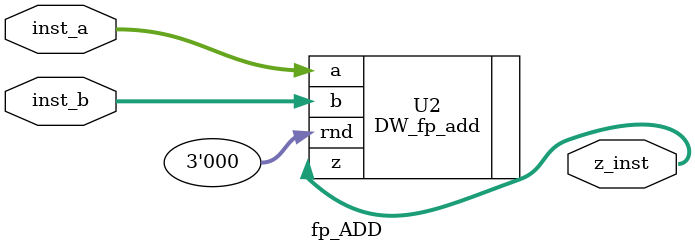
<source format=v>
`include "/usr/synthesis/dw/sim_ver/DW_fp_add.v"
`include "/usr/synthesis/dw/sim_ver/DW_fp_sub.v"
`include "/usr/synthesis/dw/sim_ver/DW_fp_addsub.v"
`include "/usr/synthesis/dw/sim_ver/DW_fp_mult.v"

module NN(
	// Input signals
	clk,
	rst_n,
	in_valid_d,
	in_valid_t,
	in_valid_w1,
	in_valid_w2,
	data_point,
	target,
	weight1,
	weight2,
	// Output signals
	out_valid,
	out
);
//================================================================
//  parameters
//================================================================
// IEEE floating point paramenters
parameter inst_sig_width = 23;
parameter inst_exp_width = 8;
parameter inst_ieee_compliance = 0;
parameter inst_arch = 2;
//================================================================
//  INPUT AND OUTPUT DECLARATION                         
//================================================================
input  clk, rst_n, in_valid_d, in_valid_t, in_valid_w1, in_valid_w2;
input [inst_sig_width+inst_exp_width:0] data_point, target;
input [inst_sig_width+inst_exp_width:0] weight1, weight2;
output reg	out_valid;
output reg [inst_sig_width+inst_exp_width:0] out;
//================================================================
//  integer / genvar / parameters
//================================================================
// 
integer i;
genvar idx;
//  
parameter LEARNING_RATE = 32'b0_0111_0101_00000110001001001101111 ;
parameter FP_ZERO = 32'b0_0000_0000_00000000000000000000000 ;
parameter FP_ONE = 32'b0_0111_1111_00000000000000000000000 ;
//================================================================
//   Wires & Registers 
//================================================================
//  INPUT
reg flag;
reg [inst_sig_width+inst_exp_width:0] w1_r[0:11], w2_r[0:2];
reg [inst_sig_width+inst_exp_width:0] dp_r[0:3], tg_r;
//  PRE_OUTPUT
reg state_bits [0:9];
//	FORWARD
// step 1 (state_bits[3]) : mult
wire [inst_sig_width+inst_exp_width:0] h1_0_w[0:3], h1_1_w[0:3], h1_2_w[0:3];
reg  [inst_sig_width+inst_exp_width:0] h1_0_r[0:3], h1_1_r[0:3], h1_2_r[0:3];
// step 2 (state_bits[4]) : add + compare
wire [inst_sig_width+inst_exp_width:0] sum_h1_w[0:2];
reg  [inst_sig_width+inst_exp_width:0] sum_h1_r[0:2];
wire [inst_sig_width+inst_exp_width:0] y1_w[0:2];
reg  [inst_sig_width+inst_exp_width:0] y1_r[0:2];
// step 3 (state_bits[5]) : mult
wire [inst_sig_width+inst_exp_width:0] h2_w[0:2];
reg  [inst_sig_width+inst_exp_width:0] h2_r[0:2];
// step 4 (state_bits[6]) : add
wire [inst_sig_width+inst_exp_width:0] y2_w;
reg  [inst_sig_width+inst_exp_width:0] y2_r;
//	BACKWORD
// step 5 (state_bits[7]) : sub
wire [inst_sig_width+inst_exp_width:0] delta2_w;
reg  [inst_sig_width+inst_exp_width:0] delta2_r;
// step 6 (state_bits[8]) : mult
wire [inst_sig_width+inst_exp_width:0] w2_delta2_w[0:2];
reg  [inst_sig_width+inst_exp_width:0] w2_delta2_r[0:2];
// step 7 (state_bits[9]) : compare(delta1) + mult(lrn_dp_w)
wire [inst_sig_width+inst_exp_width:0] delta1_w[0:2];
reg  [inst_sig_width+inst_exp_width:0] delta1_r[0:2];
wire [inst_sig_width+inst_exp_width:0] lrn_dp_w[0:3];
reg  [inst_sig_width+inst_exp_width:0] lrn_dp_r[0:3];
wire [inst_sig_width+inst_exp_width:0] lrn_y1_w[0:2];
reg  [inst_sig_width+inst_exp_width:0] lrn_y1_r[0:2];
//	UPDATE
// step 8 (state_bits[0]) : mult
wire [inst_sig_width+inst_exp_width:0] fix_w1_0_w[0:3], fix_w1_1_w[0:3], fix_w1_2_w[0:3];
reg  [inst_sig_width+inst_exp_width:0] fix_w1_0_r[0:3], fix_w1_1_r[0:3], fix_w1_2_r[0:3];
wire [inst_sig_width+inst_exp_width:0] fix_w2_w[0:2];
reg  [inst_sig_width+inst_exp_width:0] fix_w2_r[0:2];
// step 9 (state_bits[1]) : sub
wire [inst_sig_width+inst_exp_width:0] next_w1_w[0:11];
wire [inst_sig_width+inst_exp_width:0] next_w2_w[0:2];
// reg [inst_sig_width+inst_exp_width:0] w1_r[0:11], w2_r[0:2];
//================================================================
//  OUTPUT : out_valid & out
//================================================================
// step 4 (state_bits[6]) : add
// output reg	out_valid;
always @(posedge clk or negedge rst_n) begin
	if (!rst_n)		out_valid <= 0 ;
	else begin
		out_valid <= state_bits[6] ;
	end
end
// output reg [inst_sig_width+inst_exp_width:0] out;
always @(posedge clk or negedge rst_n) begin
	if (!rst_n) 	out <= 0 ;
	else begin
		if (state_bits[6]==1'b1)	out <= y2_w ;
		else  		out <= 0 ;
	end
end
//================================================================
//  PRE_OUTPUT
//================================================================
// use shift-register
// reg state_bits [0:9];
always @(posedge clk or negedge rst_n) begin
	if (!rst_n) begin
		for( i=0 ; i<8 ; i=i+1 )
			state_bits[i] <= 0 ;
	end
	else begin
		state_bits[0] <= in_valid_t ;
		for( i=1 ; i<10 ; i=i+1 ) 
			state_bits[i] <= state_bits[i-1] ;
	end
end
//================================================================
//	FORWARD
//================================================================
// step 1 (state_bits[3]) : mult
// wire [inst_sig_width+inst_exp_width:0] h1_0_w[0:3], h1_1_w[0:3], h1_2_w[0:3];
generate
for( idx=0 ; idx<4 ; idx=idx+1 ) begin
	fp_MULT MULT_h1_0( .inst_a(w1_r[ idx+0 ]), .inst_b(dp_r[idx]), .z_inst(h1_0_w[idx]) );
	fp_MULT MULT_h1_1( .inst_a(w1_r[ idx+4 ]), .inst_b(dp_r[idx]), .z_inst(h1_1_w[idx]) );
	fp_MULT MULT_h1_2( .inst_a(w1_r[ idx+8 ]), .inst_b(dp_r[idx]), .z_inst(h1_2_w[idx]) );
end
endgenerate
// reg [inst_sig_width+inst_exp_width:0] h1_0_r[0:3], h1_1_r[0:3], h1_2_r[0:3];
generate
for( idx=0 ; idx<4 ; idx=idx+1 ) begin
	always @(posedge clk or negedge rst_n) begin
		if (!rst_n)		h1_0_r[idx] <= 0 ;
		else begin
			if (state_bits[3]==1'b1)
				h1_0_r[idx] <= h1_0_w[idx] ;
		end
	end
	always @(posedge clk or negedge rst_n) begin
		if (!rst_n)		h1_1_r[idx] <= 0 ;
		else begin
			if (state_bits[3]==1'b1)
				h1_1_r[idx] <= h1_1_w[idx] ;
		end
	end
	always @(posedge clk or negedge rst_n) begin
		if (!rst_n)		h1_2_r[idx] <= 0 ;
		else begin
			if (state_bits[3]==1'b1)
				h1_2_r[idx] <= h1_2_w[idx] ;
		end
	end
end
endgenerate
// step 2 (state_bits[4]) : add + compare
// wire [inst_sig_width+inst_exp_width:0] sum_h1_w[0:2];
generate
	fp_SUM4 SUM4_h1_0( .inst_a(h1_0_r[0]), .inst_b(h1_0_r[1]), .inst_c(h1_0_r[2]), .inst_d(h1_0_r[3]), .z_inst(sum_h1_w[0]) );
	fp_SUM4 SUM4_h1_1( .inst_a(h1_1_r[0]), .inst_b(h1_1_r[1]), .inst_c(h1_1_r[2]), .inst_d(h1_1_r[3]), .z_inst(sum_h1_w[1]) );
	fp_SUM4 SUM4_h1_2( .inst_a(h1_2_r[0]), .inst_b(h1_2_r[1]), .inst_c(h1_2_r[2]), .inst_d(h1_2_r[3]), .z_inst(sum_h1_w[2]) );
endgenerate
// reg [inst_sig_width+inst_exp_width:0] sum_h1_r[0:2];
generate
for( idx=0 ; idx<3 ; idx=idx+1 )
	always @(posedge clk or negedge rst_n) begin
		if (!rst_n)		sum_h1_r[idx] <= 0 ;
		else begin
			if (state_bits[4]==1'b1)
				sum_h1_r[idx] <= sum_h1_w[idx] ;
		end
	end	
endgenerate
// wire [inst_sig_width+inst_exp_width:0] y1_w[0:2];
generate
for( idx=0 ; idx<3 ; idx=idx+1 )
	assign y1_w[idx] = (sum_h1_w[idx][31]==1'b1) ? FP_ZERO : sum_h1_w[idx] ;
endgenerate
// reg [inst_sig_width+inst_exp_width:0] y1_r[0:2];
generate
for( idx=0 ; idx<3 ; idx=idx+1 )
	always @(posedge clk or negedge rst_n) begin
		if (!rst_n)		y1_r[idx] <= 0 ;
		else begin
			if (state_bits[4]==1'b1)
				y1_r[idx] <= y1_w[idx] ;
		end
	end
endgenerate
// step 3 (state_bits[5]) : mult
// wire [inst_sig_width+inst_exp_width:0] h2_w[0:2];
generate
for( idx=0 ; idx<3 ; idx=idx+1 )
	fp_MULT MULT_h2( .inst_a(w2_r[idx]), .inst_b(y1_r[idx]), .z_inst(h2_w[idx]) );
endgenerate
// reg [inst_sig_width+inst_exp_width:0] h2_r[0:2];
generate
for( idx=0 ; idx<3 ; idx=idx+1 )
	always @(posedge clk or negedge rst_n) begin
		if (!rst_n) 	h2_r[idx] <= 0 ;
		else begin
			if (state_bits[5]==1'b1)
				h2_r[idx] <= h2_w[idx] ;
		end
	end	
endgenerate
// step 4 (state_bits[6]) : add
// wire [inst_sig_width+inst_exp_width:0] y2_w;
fp_SUM3 SUM3_h2( .inst_a(h2_r[0]), .inst_b(h2_r[1] ), .inst_c(h2_r[2]), .z_inst(y2_w) );
// reg [inst_sig_width+inst_exp_width:0] y2_r;
always @(posedge clk or negedge rst_n) begin
	if (!rst_n) 	y2_r <= 0 ;
	else begin
		if (state_bits[6]==1'b1)
			y2_r <= y2_w ;
	end
end
//================================================================
//	BACKWORD
//================================================================
// step 5 (state_bits[7]) : sub
// wire [inst_sig_width+inst_exp_width:0] delta2_w;
fp_SUB SUB_delta2( .inst_a(y2_r), .inst_b(tg_r), .z_inst(delta2_w) );
// reg [inst_sig_width+inst_exp_width:0] delta2_r;
always @(posedge clk or negedge rst_n) begin
	if (!rst_n)		delta2_r <= 0 ;
	else begin
		if (state_bits[7]==1'b1)
			delta2_r <= delta2_w ;
	end
end
// step 6 (state_bits[8]) : mult
// wire [inst_sig_width+inst_exp_width:0] w2_delta2_w[0:2];
generate
for( idx=0 ; idx<3 ; idx=idx+1 )
	fp_MULT MULT_w2_delta2( .inst_a(w2_r[idx]), .inst_b(delta2_r), .z_inst(w2_delta2_w[idx]) );
endgenerate
// reg [inst_sig_width+inst_exp_width:0] w2_delta2_r[0:2];
generate
for( idx=0 ; idx<3 ; idx=idx+1 )
	always @(posedge clk or negedge rst_n) begin
		if (!rst_n) 	w2_delta2_r[idx] <= 0 ;
		else begin
			if (state_bits[8]==1'b1)
				w2_delta2_r[idx] <= w2_delta2_w[idx] ;
		end
	end
endgenerate
// step 7 (state_bits[9]) : compare(delta1) + mult(lrn_dp_w)
// wire [inst_sig_width+inst_exp_width:0] delta1_w[0:2];
generate
for( idx=0 ; idx<3 ; idx=idx+1 )
	assign delta1_w[idx] = (sum_h1_w[idx][31]==1'b1) ? FP_ZERO : w2_delta2_r[idx] ;	
endgenerate
// reg [inst_sig_width+inst_exp_width:0] delta1_r[0:2];
generate
for( idx=0 ; idx<3 ; idx=idx+1 )
	always @(posedge clk or negedge rst_n) begin
		if (!rst_n) 	delta1_r[idx] <= 0 ;
		else begin
			if (state_bits[9]==1'b1)
				delta1_r[idx] <= delta1_w[idx] ;
		end
	end	
endgenerate
// wire [inst_sig_width+inst_exp_width:0] lrn_dp_w[0:3];
generate
for( idx=0 ; idx<4 ; idx=idx+1 )
	fp_MULT MULT_lrn_dp( .inst_a(LEARNING_RATE), .inst_b(dp_r[idx]), .z_inst(lrn_dp_w[idx]) );
endgenerate
// reg [inst_sig_width+inst_exp_width:0] lrn_dp_r[0:3];
generate
for( idx=0 ; idx<4 ; idx=idx+1 )
	always @(posedge clk or negedge rst_n) begin
		if (!rst_n) 	lrn_dp_r[idx] <= 0 ;
		else begin
			if (state_bits[9]==1'b1)
				lrn_dp_r[idx] <= lrn_dp_w[idx] ;
		end
	end	
endgenerate
// wire [inst_sig_width+inst_exp_width:0] lrn_y1_w[0:2];
generate
for( idx=0 ; idx<3 ; idx=idx+1 )
	fp_MULT MULT_lrn_y1( .inst_a(LEARNING_RATE), .inst_b(y1_r[idx]), .z_inst(lrn_y1_w[idx]) );
endgenerate
// reg [inst_sig_width+inst_exp_width:0] lrn_y1_r[0:2];
generate
for( idx=0 ; idx<3 ; idx=idx+1 )
	always @(posedge clk or negedge rst_n) begin
		if (!rst_n) 	lrn_y1_r[idx] <= 0 ;
		else begin
			if (state_bits[9]==1'b1)
				lrn_y1_r[idx] <= lrn_y1_w[idx] ;
		end
	end	
endgenerate
//================================================================
//	UPDATE
//================================================================
// step 8 (state_bits[0]) : mult
// wire [inst_sig_width+inst_exp_width:0] fix_w1_0_w[0:3], fix_w1_1_w[0:3], fix_w1_2_w[0:3];
generate
for( idx=0 ; idx<4 ; idx=idx+1 ) begin
	fp_MULT MULT_fix_w1_0( .inst_a(lrn_dp_r[idx]), .inst_b(delta1_r[0]), .z_inst(fix_w1_0_w[idx]) );
	fp_MULT MULT_fix_w1_1( .inst_a(lrn_dp_r[idx]), .inst_b(delta1_r[1]), .z_inst(fix_w1_1_w[idx]) );
	fp_MULT MULT_fix_w1_2( .inst_a(lrn_dp_r[idx]), .inst_b(delta1_r[2]), .z_inst(fix_w1_2_w[idx]) );
end	
endgenerate
// reg [inst_sig_width+inst_exp_width:0] fix_w1_0_r[0:3], fix_w1_1_r[0:3], fix_w1_2_r[0:3];
generate
for( idx=0 ; idx<4 ; idx=idx+1 ) begin
	always @(posedge clk or negedge rst_n) begin
		if (!rst_n) 	fix_w1_0_r[idx] <= 0 ;
		else begin
			if (state_bits[0]==1'b1)
				fix_w1_0_r[idx] <= fix_w1_0_w[idx] ;
		end
	end
	always @(posedge clk or negedge rst_n) begin
		if (!rst_n) 	fix_w1_1_r[idx] <= 0 ;
		else begin
			if (state_bits[0]==1'b1)
				fix_w1_1_r[idx] <= fix_w1_1_w[idx] ;
		end
	end
	always @(posedge clk or negedge rst_n) begin
		if (!rst_n) 	fix_w1_2_r[idx] <= 0 ;
		else begin
			if (state_bits[0]==1'b1)
				fix_w1_2_r[idx] <= fix_w1_2_w[idx] ;
		end
	end
end	
endgenerate
// wire [inst_sig_width+inst_exp_width:0] fix_w2_w[0:2];
generate
for( idx=0 ; idx<3 ; idx=idx+1 )
	fp_MULT MULT_fix_w2( .inst_a(lrn_y1_r[idx]), .inst_b(delta2_r), .z_inst(fix_w2_w[idx]) ); 
endgenerate
// reg [inst_sig_width+inst_exp_width:0] fix_w2_r[0:2];
generate
for( idx=0 ; idx<3 ; idx=idx+1 )
	always @(posedge clk or negedge rst_n ) begin
		if (!rst_n)		fix_w2_r[idx] <= 0 ;
		else begin
			if (state_bits[0]==1'b1)
				fix_w2_r[idx] <= fix_w2_w[idx] ;
		end
	end	
endgenerate
// step 9 (state_bits[1]) : sub
// wire [inst_sig_width+inst_exp_width:0] next_w1_w[0:11];
generate
for( idx=0 ; idx<4 ; idx=idx+1 ) begin
	fp_SUB SUB_next_w1_0( .inst_a(w1_r[ idx+0 ]), .inst_b(fix_w1_0_r[idx]), .z_inst(next_w1_w[ idx+0 ]) );	
	fp_SUB SUB_next_w1_1( .inst_a(w1_r[ idx+4 ]), .inst_b(fix_w1_1_r[idx]), .z_inst(next_w1_w[ idx+4 ]) );	
	fp_SUB SUB_next_w1_2( .inst_a(w1_r[ idx+8 ]), .inst_b(fix_w1_2_r[idx]), .z_inst(next_w1_w[ idx+8 ]) );	
end
endgenerate
// wire [inst_sig_width+inst_exp_width:0] next_w2_w[0:2];
generate
for( idx=0 ; idx<3 ; idx=idx+1 )
	fp_SUB SUB_next_w2( .inst_a(w2_r[idx]), .inst_b(fix_w2_r[idx]), .z_inst(next_w2_w[idx]) );	
endgenerate
// reg [inst_sig_width+inst_exp_width:0] w1_r[0:11], w2_r[0:2];
//================================================================
//  INPUT
//================================================================
// reg flag;
always @(posedge clk or negedge rst_n) begin
	if (!rst_n) 	flag <= 0 ;
	else begin
		if (in_valid_w1==1'b1)		flag <= 1 ;
		else if (out_valid==1'b1)	flag <= 0 ;
	end
end
// reg [inst_sig_width+inst_exp_width:0] w1_r[0:11], w2_r[0:2];
always @(posedge clk or negedge rst_n) begin
	if (!rst_n) begin
		for( i=0 ; i<12 ; i=i+1 )
			w1_r[i] <= 0 ;
	end
	else begin
		if (in_valid_w1==1'b1) begin
			w1_r[11] <= weight1 ;
			for( i=0 ; i<11 ; i=i+1 )
				w1_r[i] <= w1_r[i+1] ;
		end
		else if (flag==1'b0 && state_bits[1]==1'b1) begin
			for( i=0 ; i<12 ; i=i+1 )
				w1_r[i] <= next_w1_w[i] ;
		end
	end
end
always @(posedge clk or negedge rst_n) begin
	if (!rst_n) begin
		for( i=0 ; i<3 ; i=i+1 )
			w2_r[i] <= 0 ;	
	end
	else begin
		if (in_valid_w2==1'b1) begin
			w2_r[2] <= weight2 ;
			for( i=0 ; i<2 ; i=i+1 )
				w2_r[i] <= w2_r[i+1] ;
		end
		else if (flag==1'b0 && state_bits[1]==1'b1) begin
			for( i=0 ; i<3 ; i=i+1 )
				w2_r[i] <= next_w2_w[i] ;
		end
	end
end
// reg [inst_sig_width+inst_exp_width:0] dp_r[0:3], tg_r;
always @(posedge clk or negedge rst_n) begin
	if (!rst_n)	begin
		for( i=0 ; i<4 ; i=i+1 )
			dp_r[i] <= 0 ;
	end
	else begin
		if (in_valid_d==1'b1 ) begin
			dp_r[3] <= data_point ;
			for( i=0 ; i<3 ; i=i+1 )
				dp_r[i] <= dp_r[i+1] ;
		end
	end
end
always @(posedge clk or negedge rst_n) begin
	if (!rst_n) 	tg_r <= 0 ;
	else begin
		if (in_valid_t==1'b1)
			tg_r <= target ;
	end
end

endmodule

//================================================================
//  SUBMODULE : DesignWare
//================================================================
module fp_MULT(inst_a, inst_b, z_inst);
// IEEE floating point paramenters
parameter inst_sig_width = 23;
parameter inst_exp_width = 8;
parameter inst_ieee_compliance = 0;
parameter inst_arch = 2;

input  [inst_sig_width+inst_exp_width:0] inst_a, inst_b;
output [inst_sig_width+inst_exp_width:0] z_inst;

DW_fp_mult #(inst_sig_width, inst_exp_width, inst_ieee_compliance)
	U1( .a(inst_a),
		.b(inst_b),
		.rnd(3'b000),
		.z(z_inst) );

// synopsys dc_script_begin
// set_implementation rtl U1
// synopsys dc_script_end

endmodule

module fp_SUM4(inst_a, inst_b, inst_c, inst_d, z_inst);
// IEEE floating point paramenters
parameter inst_sig_width = 23;
parameter inst_exp_width = 8;
parameter inst_ieee_compliance = 0;
parameter inst_arch = 2;

input  [inst_sig_width+inst_exp_width:0] inst_a, inst_b, inst_c, inst_d;
output [inst_sig_width+inst_exp_width:0] z_inst;

wire [inst_sig_width+inst_exp_width:0] temp_ab, temp_cd;

DW_fp_add #(inst_sig_width, inst_exp_width, inst_ieee_compliance)
	U1(	.a(inst_a),
		.b(inst_b),
		.rnd(3'b000),
		.z(temp_ab) );

DW_fp_add #(inst_sig_width, inst_exp_width, inst_ieee_compliance)
	U2(	.a(inst_c),
		.b(inst_d),
		.rnd(3'b000),
		.z(temp_cd) );

DW_fp_add #(inst_sig_width, inst_exp_width, inst_ieee_compliance)
	U3(	.a(temp_ab),
		.b(temp_cd),
		.rnd(3'b000),
		.z(z_inst) );

// synopsys dc_script_begin
// set_implementation rtl U1
// set_implementation rtl U2
// set_implementation rtl U3
// synopsys dc_script_end

endmodule

module fp_SUM3(inst_a, inst_b, inst_c, z_inst);
// IEEE floating point paramenters
parameter inst_sig_width = 23;
parameter inst_exp_width = 8;
parameter inst_ieee_compliance = 0;
parameter inst_arch = 2;

input [inst_sig_width+inst_exp_width:0] inst_a, inst_b, inst_c;
output [inst_sig_width+inst_exp_width:0] z_inst;

wire [inst_sig_width+inst_exp_width:0] temp_ab;

DW_fp_add #(inst_sig_width, inst_exp_width, inst_ieee_compliance)
	U1(	.a(inst_a),
		.b(inst_b),
		.rnd(3'b000),
		.z(temp_ab) );

DW_fp_add #(inst_sig_width, inst_exp_width, inst_ieee_compliance)
	U2(	.a(temp_ab),
		.b(inst_c),
		.rnd(3'b000),
		.z(z_inst) );

// synopsys dc_script_begin
// set_implementation rtl U1
// set_implementation rtl U2
// synopsys dc_script_end

endmodule

module fp_SUB(inst_a, inst_b, z_inst);
// IEEE floating point paramenters
parameter inst_sig_width = 23;
parameter inst_exp_width = 8;
parameter inst_ieee_compliance = 0;
parameter inst_arch = 2;

input [inst_sig_width+inst_exp_width:0] inst_a, inst_b;
output [inst_sig_width+inst_exp_width:0] z_inst;

DW_fp_sub #(inst_sig_width, inst_exp_width, inst_ieee_compliance)
	U1(	.a(inst_a),
		.b(inst_b),
		.rnd(3'b000),
		.z(z_inst) );

// synopsys dc_script_begin
// set_implementation rtl U1
// synopsys dc_script_end

endmodule

module fp_ADD(inst_a, inst_b, z_inst);
// IEEE floating point paramenters
parameter inst_sig_width = 23;
parameter inst_exp_width = 8;
parameter inst_ieee_compliance = 0;
parameter inst_arch = 2;

input [inst_sig_width+inst_exp_width:0] inst_a, inst_b;
output [inst_sig_width+inst_exp_width:0] z_inst;

DW_fp_add #(inst_sig_width, inst_exp_width, inst_ieee_compliance)
	U2(	.a(inst_a),
		.b(inst_b),
		.rnd(3'b000),
		.z(z_inst) );

// synopsys dc_script_begin
// set_implementation rtl U1
// synopsys dc_script_end

endmodule
</source>
